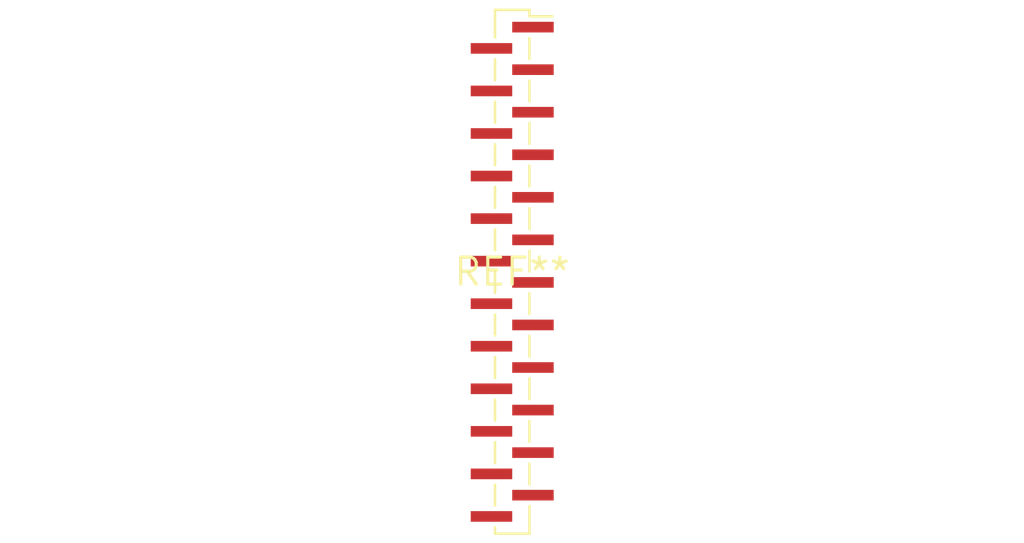
<source format=kicad_pcb>
(kicad_pcb (version 20240108) (generator pcbnew)
  (layers (0 "F.Cu" signal) (31 "B.Cu" signal) (34 "B.Paste" user) (35 "F.Paste" user) (36 "B.SilkS" user "B.Silkscreen") (37 "F.SilkS" user "F.Silkscreen") (38 "B.Mask" user) (39 "F.Mask" user) (44 "Edge.Cuts" user))
  (net 0 "")
  (footprint "PinSocket_1x24_P1.00mm_Vertical_SMD_Pin1Right" (layer "F.Cu") (at 0 0)
    (property "Reference" "REF**")
    (property "Value" "PinSocket_1x24_P1.00mm_Vertical_SMD_Pin1Right")
    (fp_line (start -0.81 -12.31) (end -0.81 -11.01) (layer "F.SilkS") (stroke (width 0.12)))
    (fp_line (start -0.81 -12.31) (end 0.81 -12.31) (layer "F.SilkS") (stroke (width 0.12)))
    (fp_line (start -0.81 -9.99) (end -0.81 -9.01) (layer "F.SilkS") (stroke (width 0.12)))
    (fp_line (start -0.81 -7.99) (end -0.81 -7.01) (layer "F.SilkS") (stroke (width 0.12)))
    (fp_line (start -0.81 -5.99) (end -0.81 -5.01) (layer "F.SilkS") (stroke (width 0.12)))
    (fp_line (start -0.81 -3.99) (end -0.81 -3.01) (layer "F.SilkS") (stroke (width 0.12)))
    (fp_line (start -0.81 -1.99) (end -0.81 -1.01) (layer "F.SilkS") (stroke (width 0.12)))
    (fp_line (start -0.81 0.01) (end -0.81 0.99) (layer "F.SilkS") (stroke (width 0.12)))
    (fp_line (start -0.81 2.01) (end -0.81 2.99) (layer "F.SilkS") (stroke (width 0.12)))
    (fp_line (start -0.81 4.01) (end -0.81 4.99) (layer "F.SilkS") (stroke (width 0.12)))
    (fp_line (start -0.81 6.01) (end -0.81 6.99) (layer "F.SilkS") (stroke (width 0.12)))
    (fp_line (start -0.81 8.01) (end -0.81 8.99) (layer "F.SilkS") (stroke (width 0.12)))
    (fp_line (start -0.81 10.01) (end -0.81 10.99) (layer "F.SilkS") (stroke (width 0.12)))
    (fp_line (start -0.81 12.01) (end -0.81 12.31) (layer "F.SilkS") (stroke (width 0.12)))
    (fp_line (start -0.81 12.31) (end 0.81 12.31) (layer "F.SilkS") (stroke (width 0.12)))
    (fp_line (start 0.81 -12.31) (end 0.81 -12.01) (layer "F.SilkS") (stroke (width 0.12)))
    (fp_line (start 0.81 -12.01) (end 1.89 -12.01) (layer "F.SilkS") (stroke (width 0.12)))
    (fp_line (start 0.81 -10.99) (end 0.81 -10.01) (layer "F.SilkS") (stroke (width 0.12)))
    (fp_line (start 0.81 -8.99) (end 0.81 -8.01) (layer "F.SilkS") (stroke (width 0.12)))
    (fp_line (start 0.81 -6.99) (end 0.81 -6.01) (layer "F.SilkS") (stroke (width 0.12)))
    (fp_line (start 0.81 -4.99) (end 0.81 -4.01) (layer "F.SilkS") (stroke (width 0.12)))
    (fp_line (start 0.81 -2.99) (end 0.81 -2.01) (layer "F.SilkS") (stroke (width 0.12)))
    (fp_line (start 0.81 -0.99) (end 0.81 -0.01) (layer "F.SilkS") (stroke (width 0.12)))
    (fp_line (start 0.81 1.01) (end 0.81 1.99) (layer "F.SilkS") (stroke (width 0.12)))
    (fp_line (start 0.81 3.01) (end 0.81 3.99) (layer "F.SilkS") (stroke (width 0.12)))
    (fp_line (start 0.81 5.01) (end 0.81 5.99) (layer "F.SilkS") (stroke (width 0.12)))
    (fp_line (start 0.81 7.01) (end 0.81 7.99) (layer "F.SilkS") (stroke (width 0.12)))
    (fp_line (start 0.81 9.01) (end 0.81 9.99) (layer "F.SilkS") (stroke (width 0.12)))
    (fp_line (start 0.81 11.01) (end 0.81 12.31) (layer "F.SilkS") (stroke (width 0.12)))
    (pad "1" smd rect (at 0.975 -11.5) (size 1.95 0.5) (layers "F.Cu" "F.Paste" "F.Mask"))
    (pad "2" smd rect (at -0.975 -10.5) (size 1.95 0.5) (layers "F.Cu" "F.Paste" "F.Mask"))
    (pad "3" smd rect (at 0.975 -9.5) (size 1.95 0.5) (layers "F.Cu" "F.Paste" "F.Mask"))
    (pad "4" smd rect (at -0.975 -8.5) (size 1.95 0.5) (layers "F.Cu" "F.Paste" "F.Mask"))
    (pad "5" smd rect (at 0.975 -7.5) (size 1.95 0.5) (layers "F.Cu" "F.Paste" "F.Mask"))
    (pad "6" smd rect (at -0.975 -6.5) (size 1.95 0.5) (layers "F.Cu" "F.Paste" "F.Mask"))
    (pad "7" smd rect (at 0.975 -5.5) (size 1.95 0.5) (layers "F.Cu" "F.Paste" "F.Mask"))
    (pad "8" smd rect (at -0.975 -4.5) (size 1.95 0.5) (layers "F.Cu" "F.Paste" "F.Mask"))
    (pad "9" smd rect (at 0.975 -3.5) (size 1.95 0.5) (layers "F.Cu" "F.Paste" "F.Mask"))
    (pad "10" smd rect (at -0.975 -2.5) (size 1.95 0.5) (layers "F.Cu" "F.Paste" "F.Mask"))
    (pad "11" smd rect (at 0.975 -1.5) (size 1.95 0.5) (layers "F.Cu" "F.Paste" "F.Mask"))
    (pad "12" smd rect (at -0.975 -0.5) (size 1.95 0.5) (layers "F.Cu" "F.Paste" "F.Mask"))
    (pad "13" smd rect (at 0.975 0.5) (size 1.95 0.5) (layers "F.Cu" "F.Paste" "F.Mask"))
    (pad "14" smd rect (at -0.975 1.5) (size 1.95 0.5) (layers "F.Cu" "F.Paste" "F.Mask"))
    (pad "15" smd rect (at 0.975 2.5) (size 1.95 0.5) (layers "F.Cu" "F.Paste" "F.Mask"))
    (pad "16" smd rect (at -0.975 3.5) (size 1.95 0.5) (layers "F.Cu" "F.Paste" "F.Mask"))
    (pad "17" smd rect (at 0.975 4.5) (size 1.95 0.5) (layers "F.Cu" "F.Paste" "F.Mask"))
    (pad "18" smd rect (at -0.975 5.5) (size 1.95 0.5) (layers "F.Cu" "F.Paste" "F.Mask"))
    (pad "19" smd rect (at 0.975 6.5) (size 1.95 0.5) (layers "F.Cu" "F.Paste" "F.Mask"))
    (pad "20" smd rect (at -0.975 7.5) (size 1.95 0.5) (layers "F.Cu" "F.Paste" "F.Mask"))
    (pad "21" smd rect (at 0.975 8.5) (size 1.95 0.5) (layers "F.Cu" "F.Paste" "F.Mask"))
    (pad "22" smd rect (at -0.975 9.5) (size 1.95 0.5) (layers "F.Cu" "F.Paste" "F.Mask"))
    (pad "23" smd rect (at 0.975 10.5) (size 1.95 0.5) (layers "F.Cu" "F.Paste" "F.Mask"))
    (pad "24" smd rect (at -0.975 11.5) (size 1.95 0.5) (layers "F.Cu" "F.Paste" "F.Mask"))
  )
)
</source>
